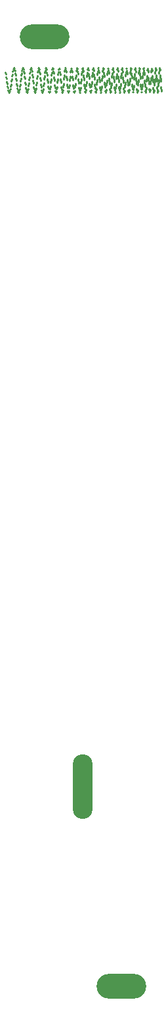
<source format=gtl>
G04 Layer: TopLayer*
G04 EasyEDA v6.5.34, 2023-08-21 18:11:39*
G04 f96fbce58fd94eb08820de504881ded1,5a6b42c53f6a479593ecc07194224c93,10*
G04 Gerber Generator version 0.2*
G04 Scale: 100 percent, Rotated: No, Reflected: No *
G04 Dimensions in millimeters *
G04 leading zeros omitted , absolute positions ,4 integer and 5 decimal *
%FSLAX45Y45*%
%MOMM*%

%ADD10C,0.2540*%
%ADD11O,6.4000126X3.1999936*%
%ADD12O,2.5599898X8.339988400000001*%

%LPD*%
D10*
X2006600Y11925734D02*
G01*
X2015070Y11868764D01*
X1998141Y12085297D02*
G01*
X2006600Y11998797D01*
X1989670Y12172256D02*
G01*
X1998141Y12143780D01*
X1981200Y12099373D02*
G01*
X1989670Y12157224D01*
X1972741Y11940598D02*
G01*
X1981200Y12026262D01*
X1964270Y11855122D02*
G01*
X1972741Y11882884D01*
X1955800Y11927692D02*
G01*
X1964270Y11870296D01*
X1947341Y12085500D02*
G01*
X1955800Y12000339D01*
X1938870Y12172149D02*
G01*
X1947341Y12143458D01*
X1930400Y12102716D02*
G01*
X1938870Y12158345D01*
X1921941Y11946092D02*
G01*
X1930400Y12031047D01*
X1913470Y11855716D02*
G01*
X1921941Y11886938D01*
X1905000Y11919143D02*
G01*
X1913470Y11866636D01*
X1896541Y12074098D02*
G01*
X1905000Y11989203D01*
X1888070Y12170562D02*
G01*
X1896541Y12135302D01*
X1879600Y12116140D02*
G01*
X1888070Y12164039D01*
X1871141Y11963740D02*
G01*
X1879600Y12048479D01*
X1862670Y11859183D02*
G01*
X1871141Y11899844D01*
X1854200Y11901474D02*
G01*
X1862670Y11859785D01*
X1845741Y12049813D02*
G01*
X1854200Y11965675D01*
X1837270Y12163940D02*
G01*
X1845741Y12116749D01*
X1828800Y12137039D02*
G01*
X1837270Y12170742D01*
X1820341Y11995012D02*
G01*
X1828800Y12077649D01*
X1811870Y11870575D02*
G01*
X1820341Y11925089D01*
X1803400Y11878840D02*
G01*
X1811870Y11855010D01*
X1794941Y12011421D02*
G01*
X1803400Y11931710D01*
X1786470Y12145901D02*
G01*
X1794941Y12083765D01*
X1778000Y12159345D02*
G01*
X1786470Y12171380D01*
X1769541Y12040227D02*
G01*
X1778000Y12114994D01*
X1761070Y11897258D02*
G01*
X1769541Y11966668D01*
X1752600Y11859567D02*
G01*
X1761070Y11861116D01*
X1744141Y11960385D02*
G01*
X1752600Y11893153D01*
X1735670Y12108723D02*
G01*
X1744141Y12033224D01*
X1727200Y12172231D02*
G01*
X1735670Y12155647D01*
X1718741Y12095132D02*
G01*
X1727200Y12151730D01*
X1710270Y11946303D02*
G01*
X1718741Y12025703D01*
X1701800Y11856920D02*
G01*
X1710270Y11889308D01*
X1693341Y11904779D02*
G01*
X1701800Y11862203D01*
X1684870Y12047369D02*
G01*
X1693341Y11967375D01*
X1676400Y12160554D02*
G01*
X1684870Y12112625D01*
X1667941Y12146892D02*
G01*
X1676400Y12172081D01*
X1659470Y12018911D02*
G01*
X1667941Y12095101D01*
X1651000Y11886704D02*
G01*
X1659470Y11948505D01*
X1642541Y11862729D02*
G01*
X1651000Y11857763D01*
X1634070Y11966600D02*
G01*
X1642541Y11899552D01*
X1625600Y12109978D02*
G01*
X1634070Y12037715D01*
X1617141Y12172378D02*
G01*
X1625600Y12155444D01*
X1608670Y12102251D02*
G01*
X1617141Y12154352D01*
X1600200Y11958706D02*
G01*
X1608670Y12036115D01*
X1591741Y11860875D02*
G01*
X1600200Y11899516D01*
X1583270Y11888929D02*
G01*
X1591741Y11857347D01*
X1574800Y12019061D02*
G01*
X1583270Y11943605D01*
X1566341Y12144590D02*
G01*
X1574800Y12086970D01*
X1557870Y12163803D02*
G01*
X1566341Y12170514D01*
X1549400Y12061924D02*
G01*
X1557870Y12127067D01*
X1540941Y11921535D02*
G01*
X1549400Y11992465D01*
X1532470Y11855010D02*
G01*
X1540941Y11875127D01*
X1524000Y11914682D02*
G01*
X1532470Y11868421D01*
X1515541Y12052523D02*
G01*
X1524000Y11976912D01*
X1507070Y12159561D02*
G01*
X1515541Y12114212D01*
X1498600Y12152274D02*
G01*
X1507070Y12172373D01*
X1490141Y12037131D02*
G01*
X1498600Y12106536D01*
X1481670Y11904073D02*
G01*
X1490141Y11968726D01*
X1473200Y11855734D02*
G01*
X1481670Y11865942D01*
X1464741Y11928561D02*
G01*
X1473200Y11876943D01*
X1456270Y12066148D02*
G01*
X1464741Y11992503D01*
X1447800Y12163686D02*
G01*
X1456270Y12123961D01*
X1439341Y12147885D02*
G01*
X1447800Y12171723D01*
X1430870Y12031438D02*
G01*
X1439341Y12100458D01*
X1422400Y11901995D02*
G01*
X1430870Y11964393D01*
X1413941Y11855742D02*
G01*
X1422400Y11865328D01*
X1405470Y11926211D02*
G01*
X1413941Y11876354D01*
X1397000Y12060775D02*
G01*
X1405470Y11988528D01*
X1388541Y12160676D02*
G01*
X1397000Y12118901D01*
X1380070Y12153628D02*
G01*
X1388541Y12172360D01*
X1371600Y12045528D02*
G01*
X1380070Y12110753D01*
X1363141Y11914814D02*
G01*
X1371600Y11979348D01*
X1354670Y11855010D02*
G01*
X1363141Y11872851D01*
X1346200Y11908048D02*
G01*
X1354670Y11866946D01*
X1337741Y12035586D02*
G01*
X1346200Y11965030D01*
X1329270Y12147476D02*
G01*
X1337741Y12097184D01*
X1320800Y12165705D02*
G01*
X1329270Y12170567D01*
X1312341Y12078375D02*
G01*
X1320800Y12134527D01*
X1303870Y11946608D02*
G01*
X1312341Y12014906D01*
X1295400Y11861185D02*
G01*
X1303870Y11894728D01*
X1286941Y11880011D02*
G01*
X1295400Y11856262D01*
X1278470Y11989475D02*
G01*
X1286941Y11925028D01*
X1270000Y12115012D02*
G01*
X1278470Y12053615D01*
X1261541Y12172348D02*
G01*
X1270000Y12155060D01*
X1253070Y12123849D02*
G01*
X1261541Y12161763D01*
X1244600Y12002515D02*
G01*
X1253070Y12070067D01*
X1236141Y11888843D02*
G01*
X1244600Y11941355D01*
X1227670Y11857144D02*
G01*
X1236141Y11860461D01*
X1219200Y11927347D02*
G01*
X1227670Y11879765D01*
X1210741Y12053194D02*
G01*
X1219200Y11985896D01*
X1202270Y12153361D02*
G01*
X1210741Y12109691D01*
X1193800Y12164113D02*
G01*
X1202270Y12171679D01*
X1185341Y12079404D02*
G01*
X1193800Y12132934D01*
X1176870Y11953491D02*
G01*
X1185341Y12018845D01*
X1168400Y11865625D02*
G01*
X1176870Y11901815D01*
X1159941Y11870184D02*
G01*
X1168400Y11854997D01*
X1151470Y11963516D02*
G01*
X1159941Y11906831D01*
X1143000Y12087461D02*
G01*
X1151470Y12024464D01*
X1134541Y12166028D02*
G01*
X1143000Y12135190D01*
X1126070Y12151951D02*
G01*
X1134541Y12171634D01*
X1117600Y12054563D02*
G01*
X1126070Y12112426D01*
X1109141Y11932965D02*
G01*
X1117600Y11994022D01*
X1100670Y11859734D02*
G01*
X1109141Y11887702D01*
X1092200Y11877725D02*
G01*
X1100670Y11856417D01*
X1083741Y11975510D02*
G01*
X1092200Y11917926D01*
X1075270Y12095304D02*
G01*
X1083741Y12035332D01*
X1066800Y12167481D02*
G01*
X1075270Y12139836D01*
X1058341Y12150961D02*
G01*
X1066800Y12171189D01*
X1049870Y12056033D02*
G01*
X1058341Y12112096D01*
X1041400Y11937349D02*
G01*
X1049870Y11997108D01*
X1032941Y11862048D02*
G01*
X1041400Y11891838D01*
X1024470Y11871883D02*
G01*
X1032941Y11855363D01*
X1016000Y11960547D02*
G01*
X1024470Y11907372D01*
X1007541Y12078301D02*
G01*
X1016000Y12018167D01*
X999070Y12160288D02*
G01*
X1007541Y12126180D01*
X990600Y12162228D02*
G01*
X999070Y12172398D01*
X982141Y12083869D02*
G01*
X990600Y12132358D01*
X973670Y11968088D02*
G01*
X982141Y12028500D01*
X965200Y11876968D02*
G01*
X973670Y11917045D01*
X956741Y11858464D02*
G01*
X965200Y11857273D01*
X948270Y11921553D02*
G01*
X956741Y11880161D01*
X939800Y12032493D02*
G01*
X948270Y11972894D01*
X931341Y12133361D02*
G01*
X939800Y12086536D01*
X922870Y12172434D02*
G01*
X931341Y12162259D01*
X914400Y12130440D02*
G01*
X922870Y12161677D01*
X905941Y12029493D02*
G01*
X914400Y12085899D01*
X897470Y11920941D02*
G01*
X905941Y11973948D01*
X889000Y11858985D02*
G01*
X897470Y11882264D01*
X880541Y11873786D02*
G01*
X889000Y11856176D01*
X872070Y11957243D02*
G01*
X880541Y11907850D01*
X863600Y12067926D02*
G01*
X872070Y12011141D01*
X855141Y12152028D02*
G01*
X863600Y12115335D01*
X846670Y12169490D02*
G01*
X855141Y12170222D01*
X838200Y12112731D02*
G01*
X846670Y12150097D01*
X829741Y12009407D02*
G01*
X838200Y12065360D01*
X821270Y11908444D02*
G01*
X829741Y11956602D01*
X812800Y11856758D02*
G01*
X821270Y11874878D01*
X804341Y11877619D02*
G01*
X812800Y11857725D01*
X795870Y11960651D02*
G01*
X804341Y11912282D01*
X787400Y12067456D02*
G01*
X795870Y12012866D01*
X778941Y12149696D02*
G01*
X787400Y12113468D01*
X770470Y12170935D02*
G01*
X778941Y12168987D01*
X762000Y12122503D02*
G01*
X770470Y12155263D01*
X753541Y12026483D02*
G01*
X762000Y12079170D01*
X745070Y11925249D02*
G01*
X753541Y11974723D01*
X736600Y11862574D02*
G01*
X745070Y11887565D01*
X728141Y11864825D02*
G01*
X736600Y11854972D01*
X719670Y11930255D02*
G01*
X728141Y11890176D01*
X711200Y12030552D02*
G01*
X719670Y11977471D01*
X702741Y12123440D02*
G01*
X711200Y12079622D01*
X694270Y12170587D02*
G01*
X702741Y12153986D01*
X685800Y12153224D02*
G01*
X694270Y12170290D01*
X677341Y12079226D02*
G01*
X685800Y12122584D01*
X668870Y11979120D02*
G01*
X677341Y12030999D01*
X660400Y11893222D02*
G01*
X668870Y11932833D01*
X651941Y11855343D02*
G01*
X660400Y11867212D01*
X643470Y11879722D02*
G01*
X651941Y11859585D01*
X635000Y11956082D02*
G01*
X643470Y11912173D01*
X626541Y12054321D02*
G01*
X635000Y12003844D01*
X618070Y12136661D02*
G01*
X626541Y12098919D01*
X609600Y12172162D02*
G01*
X618070Y12161230D01*
X601141Y12148151D02*
G01*
X609600Y12167735D01*
X592670Y12074344D02*
G01*
X601141Y12116760D01*
X584200Y11978548D02*
G01*
X592670Y12027923D01*
X575741Y11895968D02*
G01*
X584200Y11934253D01*
X567270Y11856212D02*
G01*
X575741Y11869793D01*
X558800Y11872907D02*
G01*
X567270Y11857299D01*
X550341Y11939358D02*
G01*
X558800Y11900481D01*
X541870Y12031576D02*
G01*
X550341Y11983374D01*
X533400Y12117181D02*
G01*
X541870Y12076478D01*
X524941Y12166848D02*
G01*
X533400Y12147481D01*
X516470Y12164169D02*
G01*
X524941Y12172411D01*
X508000Y12110808D02*
G01*
X516470Y12143463D01*
X499541Y12025294D02*
G01*
X508000Y12071139D01*
X491070Y11936351D02*
G01*
X499541Y11980075D01*
X482600Y11873105D02*
G01*
X491070Y11900481D01*
X474141Y11855643D02*
G01*
X482600Y11858091D01*
X465670Y11888886D02*
G01*
X474141Y11866003D01*
X457200Y11961533D02*
G01*
X465670Y11920946D01*
X448741Y12050204D02*
G01*
X457200Y12004885D01*
X440270Y12127110D02*
G01*
X448741Y12091174D01*
X431800Y12168819D02*
G01*
X440270Y12153117D01*
X423341Y12163188D02*
G01*
X431800Y12172162D01*
X414870Y12112642D02*
G01*
X423341Y12143204D01*
X406400Y12032922D02*
G01*
X414870Y12075660D01*
X397941Y11947941D02*
G01*
X406400Y11990115D01*
X389470Y11882531D02*
G01*
X397941Y11911906D01*
X381000Y11855201D02*
G01*
X389470Y11863555D01*
X372541Y11873136D02*
G01*
X381000Y11858444D01*
X364070Y11930534D02*
G01*
X372541Y11897314D01*
X355600Y12010796D02*
G01*
X364070Y11968571D01*
X347141Y12091428D02*
G01*
X355600Y12051946D01*
X338670Y12150496D02*
G01*
X347141Y12124420D01*
X330200Y12172447D02*
G01*
X338670Y12166549D01*
X321741Y12152076D02*
G01*
X330200Y12167567D01*
X313270Y12095454D02*
G01*
X321741Y12127905D01*
X304800Y12017903D02*
G01*
X313270Y12058606D01*
X296341Y11939704D02*
G01*
X304800Y11978091D01*
X287870Y11880707D02*
G01*
X296341Y11907118D01*
X279400Y11855368D02*
G01*
X287870Y11863412D01*
X270941Y11869384D02*
G01*
X279400Y11857398D01*
X262470Y11918622D02*
G01*
X270941Y11889902D01*
X254000Y11990547D02*
G01*
X262470Y11952325D01*
X245541Y12067593D02*
G01*
X254000Y12029132D01*
X237070Y12131481D02*
G01*
X245541Y12101829D01*
X228600Y12167580D02*
G01*
X237070Y12153460D01*
X220141Y12168093D02*
G01*
X228600Y12172447D01*
X211670Y12133567D02*
G01*
X220141Y12155060D01*
X203200Y12072386D02*
G01*
X211670Y12105891D01*
X194741Y11998604D02*
G01*
X203200Y12036493D01*
X186270Y11928568D02*
G01*
X194741Y11962513D01*
X177800Y11877309D02*
G01*
X186270Y11900093D01*
X169341Y11855376D02*
G01*
X177800Y11862381D01*
X160870Y11866798D02*
G01*
X169341Y11856877D01*
X152400Y11908563D02*
G01*
X160870Y11884106D01*
X143941Y11971530D02*
G01*
X152400Y11937806D01*
X135470Y12042594D02*
G01*
X143941Y12006567D01*
X127000Y12107453D02*
G01*
X135470Y12076305D01*
X118541Y12153508D02*
G01*
X127000Y12133237D01*
X110070Y12172243D02*
G01*
X118541Y12166526D01*
X101600Y12160646D02*
G01*
X110070Y12170252D01*
X93141Y12121522D02*
G01*
X101600Y12144336D01*
X84670Y12062698D02*
G01*
X93141Y12094225D01*
X76200Y11995335D02*
G01*
X84670Y12029653D01*
X67741Y11931743D02*
G01*
X76200Y11962637D01*
X59270Y11883125D02*
G01*
X67741Y11905200D01*
X50800Y11857657D02*
G01*
X59270Y11867268D01*
X42341Y11859214D02*
G01*
X50800Y11854990D01*
X33870Y11886945D02*
G01*
X42341Y11869910D01*
X25400Y11935637D02*
G01*
X33870Y11908917D01*
X16941Y11996798D02*
G01*
X25400Y11964987D01*
X8470Y12060250D02*
G01*
X16941Y12028599D01*
X0Y12115800D02*
G01*
X8470Y12089345D01*
D11*
G01*
X1498600Y330200D03*
G01*
X508000Y12573000D03*
D12*
G01*
X1003300Y2908300D03*
M02*

</source>
